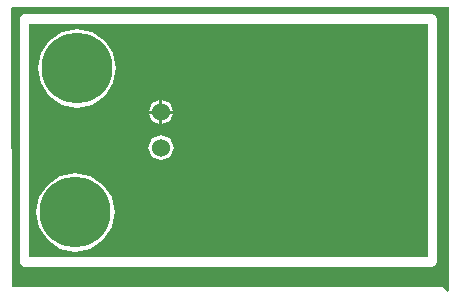
<source format=gbl>
%FSLAX23Y23*%
%MOIN*%
G70*
G01*
G75*
G04 Layer_Physical_Order=2*
G04 Layer_Color=16711680*
%ADD10R,0.035X0.031*%
%ADD11R,0.118X0.059*%
%ADD12R,0.118X0.039*%
%ADD13C,0.010*%
%ADD14C,0.060*%
%ADD15C,0.039*%
%ADD16C,0.236*%
G36*
X1415Y-95D02*
X1410Y-100D01*
X1395Y-85D01*
X-40D01*
X-45Y846D01*
X-41Y850D01*
X1415D01*
Y-95D01*
D02*
G37*
%LPC*%
G36*
X1360Y826D02*
X0D01*
X-11Y821D01*
X-16Y810D01*
Y0D01*
X-11Y-11D01*
X0Y-16D01*
X1360D01*
X1371Y-11D01*
X1376Y0D01*
X1376Y-0D01*
X1376Y0D01*
Y810D01*
X1371Y821D01*
X1360Y826D01*
D02*
G37*
%LPD*%
G36*
X1344Y16D02*
X16D01*
Y794D01*
X1344D01*
Y16D01*
D02*
G37*
%LPC*%
G36*
X455Y424D02*
X424Y412D01*
X412Y381D01*
X424Y350D01*
X455Y338D01*
X486Y350D01*
X498Y381D01*
X486Y412D01*
X455Y424D01*
D02*
G37*
G36*
X170Y296D02*
X120Y286D01*
X78Y257D01*
X49Y215D01*
X39Y165D01*
X49Y115D01*
X78Y73D01*
X120Y44D01*
X170Y34D01*
X220Y44D01*
X262Y73D01*
X291Y115D01*
X301Y165D01*
X291Y215D01*
X262Y257D01*
X220Y286D01*
X170Y296D01*
D02*
G37*
G36*
X460Y540D02*
Y504D01*
X496D01*
X486Y530D01*
X460Y540D01*
D02*
G37*
G36*
X175Y776D02*
X125Y766D01*
X83Y737D01*
X54Y695D01*
X44Y645D01*
X54Y595D01*
X83Y553D01*
X125Y524D01*
X175Y514D01*
X225Y524D01*
X267Y553D01*
X296Y595D01*
X306Y645D01*
X296Y695D01*
X267Y737D01*
X225Y766D01*
X175Y776D01*
D02*
G37*
G36*
X450Y540D02*
X424Y530D01*
X414Y504D01*
X450D01*
Y540D01*
D02*
G37*
G36*
Y494D02*
X414D01*
X424Y468D01*
X450Y458D01*
Y494D01*
D02*
G37*
G36*
X496D02*
X460D01*
Y458D01*
X486Y468D01*
X496Y494D01*
D02*
G37*
%LPD*%
D14*
X455Y499D02*
D03*
Y381D02*
D03*
D15*
X112Y708D02*
D03*
X238D02*
D03*
X175Y734D02*
D03*
X86Y645D02*
D03*
X112Y582D02*
D03*
X175Y556D02*
D03*
X238Y582D02*
D03*
X264Y645D02*
D03*
X259Y165D02*
D03*
X233Y102D02*
D03*
X170Y76D02*
D03*
X107Y102D02*
D03*
X81Y165D02*
D03*
X170Y254D02*
D03*
X233Y228D02*
D03*
X107D02*
D03*
D16*
X175Y645D02*
D03*
X170Y165D02*
D03*
M02*

</source>
